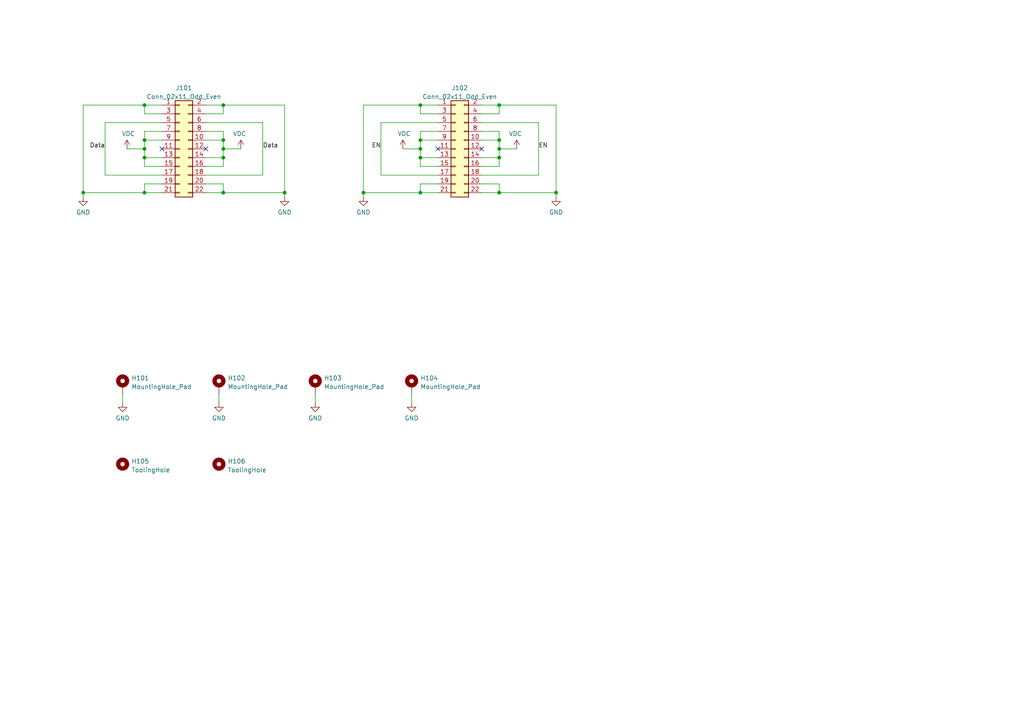
<source format=kicad_sch>
(kicad_sch (version 20211123) (generator eeschema)
  (paper "A4")
  (lib_symbols
    (symbol "Connector_Generic:Conn_02x11_Odd_Even" (pin_names (offset 1.016) hide)
      (property "Reference" "J" (at 1.27 15.24 0))
      (property "Value" "Conn_02x11_Odd_Even" (at 1.27 -15.24 0))
      (symbol "Conn_02x11_Odd_Even_1_1"
        (rectangle (start -1.27 -12.573) (end 0 -12.827) (stroke (width 0.1524)))
        (rectangle (start -1.27 -10.033) (end 0 -10.287) (stroke (width 0.1524)))
        (rectangle (start -1.27 -7.493) (end 0 -7.747) (stroke (width 0.1524)))
        (rectangle (start -1.27 -4.953) (end 0 -5.207) (stroke (width 0.1524)))
        (rectangle (start -1.27 -2.413) (end 0 -2.667) (stroke (width 0.1524)))
        (rectangle (start -1.27 0.127) (end 0 -0.127) (stroke (width 0.1524)))
        (rectangle (start -1.27 2.667) (end 0 2.413) (stroke (width 0.1524)))
        (rectangle (start -1.27 5.207) (end 0 4.953) (stroke (width 0.1524)))
        (rectangle (start -1.27 7.747) (end 0 7.493) (stroke (width 0.1524)))
        (rectangle (start -1.27 10.287) (end 0 10.033) (stroke (width 0.1524)))
        (rectangle (start -1.27 12.827) (end 0 12.573) (stroke (width 0.1524)))
        (rectangle (start -1.27 13.97) (end 3.81 -13.97) (stroke (width 0.254)) (fill (type background)))
        (rectangle (start 3.81 -12.573) (end 2.54 -12.827) (stroke (width 0.1524)))
        (rectangle (start 3.81 -10.033) (end 2.54 -10.287) (stroke (width 0.1524)))
        (rectangle (start 3.81 -7.493) (end 2.54 -7.747) (stroke (width 0.1524)))
        (rectangle (start 3.81 -4.953) (end 2.54 -5.207) (stroke (width 0.1524)))
        (rectangle (start 3.81 -2.413) (end 2.54 -2.667) (stroke (width 0.1524)))
        (rectangle (start 3.81 0.127) (end 2.54 -0.127) (stroke (width 0.1524)))
        (rectangle (start 3.81 2.667) (end 2.54 2.413) (stroke (width 0.1524)))
        (rectangle (start 3.81 5.207) (end 2.54 4.953) (stroke (width 0.1524)))
        (rectangle (start 3.81 7.747) (end 2.54 7.493) (stroke (width 0.1524)))
        (rectangle (start 3.81 10.287) (end 2.54 10.033) (stroke (width 0.1524)))
        (rectangle (start 3.81 12.827) (end 2.54 12.573) (stroke (width 0.1524)))
        (pin passive line (at -5.08 12.7 0) (length 3.81) (name "Pin_1") (number "1"))
        (pin passive line (at 7.62 2.54 180) (length 3.81) (name "Pin_10") (number "10"))
        (pin passive line (at -5.08 0 0) (length 3.81) (name "Pin_11") (number "11"))
        (pin passive line (at 7.62 0 180) (length 3.81) (name "Pin_12") (number "12"))
        (pin passive line (at -5.08 -2.54 0) (length 3.81) (name "Pin_13") (number "13"))
        (pin passive line (at 7.62 -2.54 180) (length 3.81) (name "Pin_14") (number "14"))
        (pin passive line (at -5.08 -5.08 0) (length 3.81) (name "Pin_15") (number "15"))
        (pin passive line (at 7.62 -5.08 180) (length 3.81) (name "Pin_16") (number "16"))
        (pin passive line (at -5.08 -7.62 0) (length 3.81) (name "Pin_17") (number "17"))
        (pin passive line (at 7.62 -7.62 180) (length 3.81) (name "Pin_18") (number "18"))
        (pin passive line (at -5.08 -10.16 0) (length 3.81) (name "Pin_19") (number "19"))
        (pin passive line (at 7.62 12.7 180) (length 3.81) (name "Pin_2") (number "2"))
        (pin passive line (at 7.62 -10.16 180) (length 3.81) (name "Pin_20") (number "20"))
        (pin passive line (at -5.08 -12.7 0) (length 3.81) (name "Pin_21") (number "21"))
        (pin passive line (at 7.62 -12.7 180) (length 3.81) (name "Pin_22") (number "22"))
        (pin passive line (at -5.08 10.16 0) (length 3.81) (name "Pin_3") (number "3"))
        (pin passive line (at 7.62 10.16 180) (length 3.81) (name "Pin_4") (number "4"))
        (pin passive line (at -5.08 7.62 0) (length 3.81) (name "Pin_5") (number "5"))
        (pin passive line (at 7.62 7.62 180) (length 3.81) (name "Pin_6") (number "6"))
        (pin passive line (at -5.08 5.08 0) (length 3.81) (name "Pin_7") (number "7"))
        (pin passive line (at 7.62 5.08 180) (length 3.81) (name "Pin_8") (number "8"))
        (pin passive line (at -5.08 2.54 0) (length 3.81) (name "Pin_9") (number "9"))
      )
    )
    (symbol "Mechanical:MountingHole" (pin_names (offset 1.016))
      (property "Reference" "H" (at 0 5.08 0))
      (property "Value" "MountingHole" (at 0 3.175 0))
      (symbol "MountingHole_0_1"
        (circle (center 0 0) (radius 1.27) (stroke (width 1.27)))
      )
    )
    (symbol "Mechanical:MountingHole_Pad" (pin_numbers hide) (pin_names (offset 1.016) hide)
      (property "Reference" "H" (at 0 6.35 0))
      (property "Value" "MountingHole_Pad" (at 0 4.445 0))
      (symbol "MountingHole_Pad_0_1"
        (circle (center 0 1.27) (radius 1.27) (stroke (width 1.27)))
      )
      (symbol "MountingHole_Pad_1_1"
        (pin input line (at 0 -2.54 90) (length 2.54) (name "1") (number "1"))
      )
    )
    (symbol "power:GND" (power) (pin_names (offset 0))
      (property "Value" "GND" (at 0 -3.81 0))
      (symbol "GND_0_1"
        (polyline (pts (xy 0 0) (xy 0 -1.27) (xy 1.27 -1.27) (xy 0 -2.54) (xy -1.27 -1.27) (xy 0 -1.27)))
      )
      (symbol "GND_1_1"
        (pin power_in line (at 0 0 270) (length 0) hide (name "GND") (number "1"))
      )
    )
    (symbol "power:VDC" (power) (pin_names (offset 0))
      (property "Value" "VDC" (at 0 6.35 0))
      (symbol "VDC_0_1"
        (polyline (pts (xy -0.762 1.27) (xy 0 2.54)))
        (polyline (pts (xy 0 0) (xy 0 2.54)))
        (polyline (pts (xy 0 2.54) (xy 0.762 1.27)))
      )
      (symbol "VDC_1_1"
        (pin power_in line (at 0 0 90) (length 0) hide (name "VDC") (number "1"))
      )
    )
  )
  (junction (at 121.92 43.18))
  (junction (at 64.77 43.18))
  (junction (at 41.91 43.18))
  (junction (at 144.78 45.72))
  (junction (at 41.91 45.72))
  (junction (at 64.77 55.88))
  (junction (at 41.91 40.64))
  (junction (at 64.77 30.48))
  (junction (at 64.77 45.72))
  (junction (at 41.91 30.48))
  (junction (at 144.78 30.48))
  (junction (at 144.78 40.64))
  (junction (at 144.78 55.88))
  (junction (at 41.91 55.88))
  (junction (at 24.13 55.88))
  (junction (at 144.78 43.18))
  (junction (at 121.92 30.48))
  (junction (at 82.55 55.88))
  (junction (at 121.92 55.88))
  (junction (at 105.41 55.88))
  (junction (at 121.92 40.64))
  (junction (at 121.92 45.72))
  (junction (at 64.77 40.64))
  (junction (at 161.29 55.88))
  (no_connect (at 139.7 43.18))
  (no_connect (at 127 43.18))
  (no_connect (at 46.99 43.18))
  (no_connect (at 59.69 43.18))
  (wire (pts (xy 139.7 35.56) (xy 156.21 35.56)))
  (wire (pts (xy 139.7 38.1) (xy 144.78 38.1)))
  (wire (pts (xy 46.99 38.1) (xy 41.91 38.1)))
  (wire (pts (xy 64.77 33.02) (xy 64.77 30.48)))
  (wire (pts (xy 59.69 45.72) (xy 64.77 45.72)))
  (wire (pts (xy 76.2 35.56) (xy 76.2 50.8)))
  (wire (pts (xy 82.55 55.88) (xy 82.55 30.48)))
  (wire (pts (xy 64.77 38.1) (xy 64.77 40.64)))
  (wire (pts (xy 110.49 50.8) (xy 127 50.8)))
  (wire (pts (xy 35.56 114.3) (xy 35.56 116.84)))
  (wire (pts (xy 119.38 114.3) (xy 119.38 116.84)))
  (wire (pts (xy 24.13 55.88) (xy 24.13 30.48)))
  (wire (pts (xy 63.5 114.3) (xy 63.5 116.84)))
  (wire (pts (xy 105.41 55.88) (xy 105.41 30.48)))
  (wire (pts (xy 127 53.34) (xy 121.92 53.34)))
  (wire (pts (xy 144.78 33.02) (xy 144.78 30.48)))
  (wire (pts (xy 127 48.26) (xy 121.92 48.26)))
  (wire (pts (xy 69.85 43.18) (xy 64.77 43.18)))
  (wire (pts (xy 144.78 30.48) (xy 139.7 30.48)))
  (wire (pts (xy 64.77 45.72) (xy 64.77 43.18)))
  (wire (pts (xy 144.78 48.26) (xy 144.78 45.72)))
  (wire (pts (xy 41.91 48.26) (xy 41.91 45.72)))
  (wire (pts (xy 76.2 50.8) (xy 59.69 50.8)))
  (wire (pts (xy 41.91 40.64) (xy 46.99 40.64)))
  (wire (pts (xy 64.77 55.88) (xy 59.69 55.88)))
  (wire (pts (xy 46.99 45.72) (xy 41.91 45.72)))
  (wire (pts (xy 59.69 48.26) (xy 64.77 48.26)))
  (wire (pts (xy 121.92 55.88) (xy 105.41 55.88)))
  (wire (pts (xy 139.7 45.72) (xy 144.78 45.72)))
  (wire (pts (xy 121.92 33.02) (xy 121.92 30.48)))
  (wire (pts (xy 36.83 43.18) (xy 41.91 43.18)))
  (wire (pts (xy 139.7 48.26) (xy 144.78 48.26)))
  (wire (pts (xy 105.41 57.15) (xy 105.41 55.88)))
  (wire (pts (xy 116.84 43.18) (xy 121.92 43.18)))
  (wire (pts (xy 121.92 40.64) (xy 127 40.64)))
  (wire (pts (xy 41.91 38.1) (xy 41.91 40.64)))
  (wire (pts (xy 41.91 45.72) (xy 41.91 43.18)))
  (wire (pts (xy 144.78 30.48) (xy 161.29 30.48)))
  (wire (pts (xy 161.29 57.15) (xy 161.29 55.88)))
  (wire (pts (xy 41.91 33.02) (xy 41.91 30.48)))
  (wire (pts (xy 41.91 55.88) (xy 46.99 55.88)))
  (wire (pts (xy 46.99 48.26) (xy 41.91 48.26)))
  (wire (pts (xy 156.21 35.56) (xy 156.21 50.8)))
  (wire (pts (xy 156.21 50.8) (xy 139.7 50.8)))
  (wire (pts (xy 121.92 55.88) (xy 127 55.88)))
  (wire (pts (xy 127 38.1) (xy 121.92 38.1)))
  (wire (pts (xy 24.13 57.15) (xy 24.13 55.88)))
  (wire (pts (xy 127 45.72) (xy 121.92 45.72)))
  (wire (pts (xy 64.77 48.26) (xy 64.77 45.72)))
  (wire (pts (xy 91.44 114.3) (xy 91.44 116.84)))
  (wire (pts (xy 59.69 33.02) (xy 64.77 33.02)))
  (wire (pts (xy 121.92 53.34) (xy 121.92 55.88)))
  (wire (pts (xy 30.48 35.56) (xy 30.48 50.8)))
  (wire (pts (xy 144.78 43.18) (xy 144.78 40.64)))
  (wire (pts (xy 121.92 48.26) (xy 121.92 45.72)))
  (wire (pts (xy 149.86 43.18) (xy 144.78 43.18)))
  (wire (pts (xy 139.7 53.34) (xy 144.78 53.34)))
  (wire (pts (xy 24.13 30.48) (xy 41.91 30.48)))
  (wire (pts (xy 59.69 53.34) (xy 64.77 53.34)))
  (wire (pts (xy 41.91 53.34) (xy 41.91 55.88)))
  (wire (pts (xy 110.49 35.56) (xy 127 35.56)))
  (wire (pts (xy 64.77 43.18) (xy 64.77 40.64)))
  (wire (pts (xy 64.77 53.34) (xy 64.77 55.88)))
  (wire (pts (xy 64.77 55.88) (xy 82.55 55.88)))
  (wire (pts (xy 46.99 53.34) (xy 41.91 53.34)))
  (wire (pts (xy 139.7 33.02) (xy 144.78 33.02)))
  (wire (pts (xy 82.55 57.15) (xy 82.55 55.88)))
  (wire (pts (xy 41.91 55.88) (xy 24.13 55.88)))
  (wire (pts (xy 64.77 30.48) (xy 82.55 30.48)))
  (wire (pts (xy 144.78 45.72) (xy 144.78 43.18)))
  (wire (pts (xy 30.48 50.8) (xy 46.99 50.8)))
  (wire (pts (xy 46.99 33.02) (xy 41.91 33.02)))
  (wire (pts (xy 30.48 35.56) (xy 46.99 35.56)))
  (wire (pts (xy 144.78 53.34) (xy 144.78 55.88)))
  (wire (pts (xy 59.69 35.56) (xy 76.2 35.56)))
  (wire (pts (xy 121.92 43.18) (xy 121.92 40.64)))
  (wire (pts (xy 144.78 55.88) (xy 161.29 55.88)))
  (wire (pts (xy 161.29 55.88) (xy 161.29 30.48)))
  (wire (pts (xy 64.77 30.48) (xy 59.69 30.48)))
  (wire (pts (xy 121.92 38.1) (xy 121.92 40.64)))
  (wire (pts (xy 105.41 30.48) (xy 121.92 30.48)))
  (wire (pts (xy 144.78 38.1) (xy 144.78 40.64)))
  (wire (pts (xy 127 33.02) (xy 121.92 33.02)))
  (wire (pts (xy 110.49 35.56) (xy 110.49 50.8)))
  (wire (pts (xy 121.92 45.72) (xy 121.92 43.18)))
  (wire (pts (xy 59.69 38.1) (xy 64.77 38.1)))
  (wire (pts (xy 144.78 55.88) (xy 139.7 55.88)))
  (wire (pts (xy 144.78 40.64) (xy 139.7 40.64)))
  (wire (pts (xy 64.77 40.64) (xy 59.69 40.64)))
  (wire (pts (xy 41.91 30.48) (xy 46.99 30.48)))
  (wire (pts (xy 41.91 43.18) (xy 41.91 40.64)))
  (wire (pts (xy 121.92 30.48) (xy 127 30.48)))
  (label "Data" (at 30.48 43.18 180))
  (label "EN" (at 156.21 43.18 0))
  (label "Data" (at 76.2 43.18 0))
  (label "EN" (at 110.49 43.18 180))
  (symbol (lib_id "power:VDC") (at 149.86 43.18 0) (mirror y) (unit 1)
    (property "Reference" "#PWR0104" (effects hide))
    (property "Value" "VDC" (at 149.479 38.7858 0))
  )
  (symbol (lib_id "power:VDC") (at 116.84 43.18 0) (unit 1)
    (property "Reference" "#PWR0103" (effects hide))
    (property "Value" "VDC" (at 117.221 38.7858 0))
  )
  (symbol (lib_id "Mechanical:MountingHole_Pad") (at 91.44 111.76 0) (unit 1)
    (property "Reference" "H103" (at 93.98 109.6553 0) (effects (justify left)))
    (property "Value" "MountingHole_Pad" (at 93.98 112.1922 0) (effects (justify left)))
    (property "Footprint" "MountingHole:MountingHole_5.3mm_M5_Pad_Via" (effects hide))
  )
  (symbol (lib_id "power:GND") (at 63.5 116.84 0) (unit 1)
    (property "Reference" "#PWR0110" (effects hide))
    (property "Value" "GND" (at 63.5 121.2834 0))
  )
  (symbol (lib_id "Mechanical:MountingHole") (at 63.5 134.62 0) (unit 1)
    (property "Reference" "H106" (at 66.04 133.7853 0) (effects (justify left)))
    (property "Value" "ToolingHole" (at 66.04 136.3222 0) (effects (justify left)))
    (property "Footprint" "JLC:JLC_toolinghole" (effects hide))
  )
  (symbol (lib_id "Mechanical:MountingHole") (at 35.56 134.62 0) (unit 1)
    (property "Reference" "H105" (at 38.1 133.7853 0) (effects (justify left)))
    (property "Value" "ToolingHole" (at 38.1 136.3222 0) (effects (justify left)))
    (property "Footprint" "JLC:JLC_toolinghole" (effects hide))
  )
  (symbol (lib_id "Connector_Generic:Conn_02x11_Odd_Even") (at 52.07 43.18 0) (unit 1)
    (property "Reference" "J101" (at 53.34 25.5102 0))
    (property "Value" "Conn_02x11_Odd_Even" (at 53.34 28.0471 0))
    (property "Footprint" "Connector_PinSocket_2.54mm:PinSocket_2x11_P2.54mm_Vertical" (effects hide))
  )
  (symbol (lib_id "power:GND") (at 161.29 57.15 0) (mirror y) (unit 1)
    (property "Reference" "#PWR0108" (effects hide))
    (property "Value" "GND" (at 161.29 61.5934 0))
  )
  (symbol (lib_id "power:VDC") (at 69.85 43.18 0) (mirror y) (unit 1)
    (property "Reference" "#PWR0102" (effects hide))
    (property "Value" "VDC" (at 69.469 38.7858 0))
  )
  (symbol (lib_id "Mechanical:MountingHole_Pad") (at 35.56 111.76 0) (unit 1)
    (property "Reference" "H101" (at 38.1 109.6553 0) (effects (justify left)))
    (property "Value" "MountingHole_Pad" (at 38.1 112.1922 0) (effects (justify left)))
    (property "Footprint" "MountingHole:MountingHole_5.3mm_M5_Pad_Via" (effects hide))
  )
  (symbol (lib_id "Connector_Generic:Conn_02x11_Odd_Even") (at 132.08 43.18 0) (unit 1)
    (property "Reference" "J102" (at 133.35 25.5102 0))
    (property "Value" "Conn_02x11_Odd_Even" (at 133.35 28.0471 0))
    (property "Footprint" "Connector_PinSocket_2.54mm:PinSocket_2x11_P2.54mm_Vertical" (effects hide))
  )
  (symbol (lib_id "power:GND") (at 24.13 57.15 0) (unit 1)
    (property "Reference" "#PWR0105" (effects hide))
    (property "Value" "GND" (at 24.13 61.5934 0))
  )
  (symbol (lib_id "power:GND") (at 91.44 116.84 0) (unit 1)
    (property "Reference" "#PWR0111" (effects hide))
    (property "Value" "GND" (at 91.44 121.2834 0))
  )
  (symbol (lib_id "power:GND") (at 82.55 57.15 0) (mirror y) (unit 1)
    (property "Reference" "#PWR0106" (effects hide))
    (property "Value" "GND" (at 82.55 61.5934 0))
  )
  (symbol (lib_id "power:GND") (at 35.56 116.84 0) (unit 1)
    (property "Reference" "#PWR0109" (effects hide))
    (property "Value" "GND" (at 35.56 121.2834 0))
  )
  (symbol (lib_id "Mechanical:MountingHole_Pad") (at 63.5 111.76 0) (unit 1)
    (property "Reference" "H102" (at 66.04 109.6553 0) (effects (justify left)))
    (property "Value" "MountingHole_Pad" (at 66.04 112.1922 0) (effects (justify left)))
    (property "Footprint" "MountingHole:MountingHole_5.3mm_M5_Pad_Via" (effects hide))
  )
  (symbol (lib_id "power:GND") (at 119.38 116.84 0) (unit 1)
    (property "Reference" "#PWR0112" (effects hide))
    (property "Value" "GND" (at 119.38 121.2834 0))
  )
  (symbol (lib_id "Mechanical:MountingHole_Pad") (at 119.38 111.76 0) (unit 1)
    (property "Reference" "H104" (at 121.92 109.6553 0) (effects (justify left)))
    (property "Value" "MountingHole_Pad" (at 121.92 112.1922 0) (effects (justify left)))
    (property "Footprint" "MountingHole:MountingHole_5.3mm_M5_Pad_Via" (effects hide))
  )
  (symbol (lib_id "power:VDC") (at 36.83 43.18 0) (unit 1)
    (property "Reference" "#PWR0101" (effects hide))
    (property "Value" "VDC" (at 37.211 38.7858 0))
  )
  (symbol (lib_id "power:GND") (at 105.41 57.15 0) (unit 1)
    (property "Reference" "#PWR0107" (effects hide))
    (property "Value" "GND" (at 105.41 61.5934 0))
  )
)
</source>
